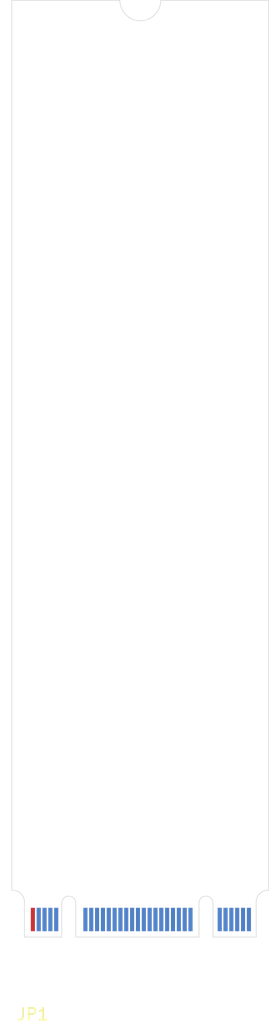
<source format=kicad_pcb>
(kicad_pcb (version 20171130) (host pcbnew "(5.1.4)-1")

  (general
    (thickness 0.8)
    (drawings 20)
    (tracks 0)
    (zones 0)
    (modules 1)
    (nets 1)
  )

  (page A4)
  (layers
    (0 F.Cu signal)
    (31 B.Cu signal)
    (32 B.Adhes user)
    (33 F.Adhes user)
    (34 B.Paste user)
    (35 F.Paste user)
    (36 B.SilkS user)
    (37 F.SilkS user)
    (38 B.Mask user)
    (39 F.Mask user)
    (40 Dwgs.User user)
    (41 Cmts.User user)
    (42 Eco1.User user)
    (43 Eco2.User user)
    (44 Edge.Cuts user)
    (45 Margin user)
    (46 B.CrtYd user)
    (47 F.CrtYd user)
    (48 B.Fab user)
    (49 F.Fab user)
  )

  (setup
    (last_trace_width 0.25)
    (trace_clearance 0.2)
    (zone_clearance 0.508)
    (zone_45_only no)
    (trace_min 0.2)
    (via_size 0.8)
    (via_drill 0.4)
    (via_min_size 0.4)
    (via_min_drill 0.3)
    (uvia_size 0.3)
    (uvia_drill 0.1)
    (uvias_allowed no)
    (uvia_min_size 0.2)
    (uvia_min_drill 0.1)
    (edge_width 0.05)
    (segment_width 0.2)
    (pcb_text_width 0.3)
    (pcb_text_size 1.5 1.5)
    (mod_edge_width 0.12)
    (mod_text_size 1 1)
    (mod_text_width 0.15)
    (pad_size 1.524 1.524)
    (pad_drill 0.762)
    (pad_to_mask_clearance 0.051)
    (solder_mask_min_width 0.25)
    (aux_axis_origin 0 0)
    (visible_elements 7FFFFFFF)
    (pcbplotparams
      (layerselection 0x010fc_ffffffff)
      (usegerberextensions false)
      (usegerberattributes false)
      (usegerberadvancedattributes false)
      (creategerberjobfile false)
      (excludeedgelayer true)
      (linewidth 0.100000)
      (plotframeref false)
      (viasonmask false)
      (mode 1)
      (useauxorigin false)
      (hpglpennumber 1)
      (hpglpenspeed 20)
      (hpglpendiameter 15.000000)
      (psnegative false)
      (psa4output false)
      (plotreference true)
      (plotvalue true)
      (plotinvisibletext false)
      (padsonsilk false)
      (subtractmaskfromsilk false)
      (outputformat 1)
      (mirror false)
      (drillshape 1)
      (scaleselection 1)
      (outputdirectory ""))
  )

  (net 0 "")

  (net_class Default "Esta es la clase de red por defecto."
    (clearance 0.2)
    (trace_width 0.25)
    (via_dia 0.8)
    (via_drill 0.4)
    (uvia_dia 0.3)
    (uvia_drill 0.1)
    (add_net "Net-(JP1-Pad1)")
    (add_net "Net-(JP1-Pad10)")
    (add_net "Net-(JP1-Pad11)")
    (add_net "Net-(JP1-Pad2)")
    (add_net "Net-(JP1-Pad21)")
    (add_net "Net-(JP1-Pad22)")
    (add_net "Net-(JP1-Pad23)")
    (add_net "Net-(JP1-Pad24)")
    (add_net "Net-(JP1-Pad25)")
    (add_net "Net-(JP1-Pad26)")
    (add_net "Net-(JP1-Pad27)")
    (add_net "Net-(JP1-Pad28)")
    (add_net "Net-(JP1-Pad29)")
    (add_net "Net-(JP1-Pad3)")
    (add_net "Net-(JP1-Pad30)")
    (add_net "Net-(JP1-Pad31)")
    (add_net "Net-(JP1-Pad32)")
    (add_net "Net-(JP1-Pad33)")
    (add_net "Net-(JP1-Pad34)")
    (add_net "Net-(JP1-Pad35)")
    (add_net "Net-(JP1-Pad36)")
    (add_net "Net-(JP1-Pad37)")
    (add_net "Net-(JP1-Pad38)")
    (add_net "Net-(JP1-Pad39)")
    (add_net "Net-(JP1-Pad4)")
    (add_net "Net-(JP1-Pad40)")
    (add_net "Net-(JP1-Pad41)")
    (add_net "Net-(JP1-Pad42)")
    (add_net "Net-(JP1-Pad43)")
    (add_net "Net-(JP1-Pad44)")
    (add_net "Net-(JP1-Pad45)")
    (add_net "Net-(JP1-Pad46)")
    (add_net "Net-(JP1-Pad47)")
    (add_net "Net-(JP1-Pad48)")
    (add_net "Net-(JP1-Pad49)")
    (add_net "Net-(JP1-Pad5)")
    (add_net "Net-(JP1-Pad50)")
    (add_net "Net-(JP1-Pad51)")
    (add_net "Net-(JP1-Pad52)")
    (add_net "Net-(JP1-Pad53)")
    (add_net "Net-(JP1-Pad54)")
    (add_net "Net-(JP1-Pad55)")
    (add_net "Net-(JP1-Pad56)")
    (add_net "Net-(JP1-Pad57)")
    (add_net "Net-(JP1-Pad58)")
    (add_net "Net-(JP1-Pad6)")
    (add_net "Net-(JP1-Pad67)")
    (add_net "Net-(JP1-Pad68)")
    (add_net "Net-(JP1-Pad69)")
    (add_net "Net-(JP1-Pad7)")
    (add_net "Net-(JP1-Pad70)")
    (add_net "Net-(JP1-Pad71)")
    (add_net "Net-(JP1-Pad72)")
    (add_net "Net-(JP1-Pad73)")
    (add_net "Net-(JP1-Pad74)")
    (add_net "Net-(JP1-Pad75)")
    (add_net "Net-(JP1-Pad8)")
    (add_net "Net-(JP1-Pad9)")
  )

  (module SSD_M2_TYPE2280:SSD_M2_TYPE_2280 (layer F.Cu) (tedit 603424C5) (tstamp 604FA793)
    (at 1.8 -1.5)
    (path /6034B26A)
    (fp_text reference JP1 (at 0 8.1) (layer F.SilkS)
      (effects (font (size 1 1) (thickness 0.15)))
    )
    (fp_text value PINOUT (at 0 7.1) (layer F.Fab)
      (effects (font (size 1 1) (thickness 0.15)))
    )
    (pad 75 smd rect (at 0 0) (size 0.35 2) (layers F.Cu F.Paste F.Mask))
    (pad 73 smd rect (at 0.5 0) (size 0.35 2) (layers F.Cu F.Paste F.Mask))
    (pad 71 smd rect (at 1 0) (size 0.35 2) (layers F.Cu F.Paste F.Mask))
    (pad 69 smd rect (at 1.5 0) (size 0.35 2) (layers F.Cu F.Paste F.Mask))
    (pad 67 smd rect (at 2 0) (size 0.35 2) (layers F.Cu F.Paste F.Mask))
    (pad 57 smd rect (at 4.5 0) (size 0.35 2) (layers F.Cu F.Paste F.Mask))
    (pad 53 smd rect (at 5.5 0) (size 0.35 2) (layers F.Cu F.Paste F.Mask))
    (pad 51 smd rect (at 6 0) (size 0.35 2) (layers F.Cu F.Paste F.Mask))
    (pad 49 smd rect (at 6.5 0) (size 0.35 2) (layers F.Cu F.Paste F.Mask))
    (pad 47 smd rect (at 7 0) (size 0.35 2) (layers F.Cu F.Paste F.Mask))
    (pad 55 smd rect (at 5 0) (size 0.35 2) (layers F.Cu F.Paste F.Mask))
    (pad 43 smd rect (at 8 0) (size 0.35 2) (layers F.Cu F.Paste F.Mask))
    (pad 41 smd rect (at 8.5 0) (size 0.35 2) (layers F.Cu F.Paste F.Mask))
    (pad 39 smd rect (at 9 0) (size 0.35 2) (layers F.Cu F.Paste F.Mask))
    (pad 37 smd rect (at 9.5 0) (size 0.35 2) (layers F.Cu F.Paste F.Mask))
    (pad 45 smd rect (at 7.5 0) (size 0.35 2) (layers F.Cu F.Paste F.Mask))
    (pad 33 smd rect (at 10.5 0) (size 0.35 2) (layers F.Cu F.Paste F.Mask))
    (pad 31 smd rect (at 11 0) (size 0.35 2) (layers F.Cu F.Paste F.Mask))
    (pad 29 smd rect (at 11.5 0) (size 0.35 2) (layers F.Cu F.Paste F.Mask))
    (pad 27 smd rect (at 12 0) (size 0.35 2) (layers F.Cu F.Paste F.Mask))
    (pad 35 smd rect (at 10 0) (size 0.35 2) (layers F.Cu F.Paste F.Mask))
    (pad 23 smd rect (at 13 0) (size 0.35 2) (layers F.Cu F.Paste F.Mask))
    (pad 21 smd rect (at 13.5 0) (size 0.35 2) (layers F.Cu F.Paste F.Mask))
    (pad 25 smd rect (at 12.5 0) (size 0.35 2) (layers F.Cu F.Paste F.Mask))
    (pad 11 smd rect (at 16 0) (size 0.35 2) (layers F.Cu F.Paste F.Mask))
    (pad 9 smd rect (at 16.5 0) (size 0.35 2) (layers F.Cu F.Paste F.Mask))
    (pad 5 smd rect (at 17.5 0) (size 0.35 2) (layers F.Cu F.Paste F.Mask))
    (pad 3 smd rect (at 18 0) (size 0.35 2) (layers F.Cu F.Paste F.Mask))
    (pad 1 smd rect (at 18.5 0) (size 0.35 2) (layers F.Cu F.Paste F.Mask))
    (pad 7 smd rect (at 17 0) (size 0.35 2) (layers F.Cu F.Paste F.Mask))
    (pad 12 smd rect (at 16 0) (size 0.35 2) (layers B.Cu B.Paste B.Mask))
    (pad 38 smd rect (at 9.5 0) (size 0.35 2) (layers B.Cu B.Paste B.Mask))
    (pad 48 smd rect (at 7 0) (size 0.35 2) (layers B.Cu B.Paste B.Mask))
    (pad 10 smd rect (at 16.5 0) (size 0.35 2) (layers B.Cu B.Paste B.Mask))
    (pad 6 smd rect (at 17.5 0) (size 0.35 2) (layers B.Cu B.Paste B.Mask))
    (pad 22 smd rect (at 13.5 0) (size 0.35 2) (layers B.Cu B.Paste B.Mask))
    (pad 30 smd rect (at 11.5 0) (size 0.35 2) (layers B.Cu B.Paste B.Mask))
    (pad 4 smd rect (at 18 0) (size 0.35 2) (layers B.Cu B.Paste B.Mask))
    (pad 2 smd rect (at 18.5 0) (size 0.35 2) (layers B.Cu B.Paste B.Mask))
    (pad 26 smd rect (at 12.5 0) (size 0.35 2) (layers B.Cu B.Paste B.Mask))
    (pad 24 smd rect (at 13 0) (size 0.35 2) (layers B.Cu B.Paste B.Mask))
    (pad 32 smd rect (at 11 0) (size 0.35 2) (layers B.Cu B.Paste B.Mask))
    (pad 42 smd rect (at 8.5 0) (size 0.35 2) (layers B.Cu B.Paste B.Mask))
    (pad 70 smd rect (at 1.5 0) (size 0.35 2) (layers B.Cu B.Paste B.Mask))
    (pad 74 smd rect (at 0.5 0) (size 0.35 2) (layers B.Cu B.Paste B.Mask))
    (pad 72 smd rect (at 1 0) (size 0.35 2) (layers B.Cu B.Paste B.Mask))
    (pad 50 smd rect (at 6.5 0) (size 0.35 2) (layers B.Cu B.Paste B.Mask))
    (pad 56 smd rect (at 5 0) (size 0.35 2) (layers B.Cu B.Paste B.Mask))
    (pad 28 smd rect (at 12 0) (size 0.35 2) (layers B.Cu B.Paste B.Mask))
    (pad 46 smd rect (at 7.5 0) (size 0.35 2) (layers B.Cu B.Paste B.Mask))
    (pad 54 smd rect (at 5.5 0) (size 0.35 2) (layers B.Cu B.Paste B.Mask))
    (pad 58 smd rect (at 4.5 0) (size 0.35 2) (layers B.Cu B.Paste B.Mask))
    (pad 40 smd rect (at 9 0) (size 0.35 2) (layers B.Cu B.Paste B.Mask))
    (pad 52 smd rect (at 6 0) (size 0.35 2) (layers B.Cu B.Paste B.Mask))
    (pad 36 smd rect (at 10 0) (size 0.35 2) (layers B.Cu B.Paste B.Mask))
    (pad 34 smd rect (at 10.5 0) (size 0.35 2) (layers B.Cu B.Paste B.Mask))
    (pad 68 smd rect (at 2 0) (size 0.35 2) (layers B.Cu B.Paste B.Mask))
    (pad 44 smd rect (at 8 0) (size 0.35 2) (layers B.Cu B.Paste B.Mask))
    (pad 8 smd rect (at 17 0) (size 0.35 2) (layers B.Cu B.Paste B.Mask))
  )

  (gr_arc (start 16.625 -2.9) (end 17.225 -2.9) (angle -180) (layer Edge.Cuts) (width 0.05))
  (gr_arc (start 4.875 -2.9) (end 5.475 -2.9) (angle -180) (layer Edge.Cuts) (width 0.05))
  (gr_line (start 17.225 0) (end 17.225 -2.9) (layer Edge.Cuts) (width 0.05))
  (gr_line (start 4.275 -2.9) (end 4.275 0) (layer Edge.Cuts) (width 0.05))
  (gr_line (start 4.275 0) (end 1.075 0) (layer Edge.Cuts) (width 0.05))
  (gr_line (start 16.025 0) (end 5.475 0) (layer Edge.Cuts) (width 0.05))
  (gr_line (start 16.025 -2.9) (end 16.025 0) (layer Edge.Cuts) (width 0.05))
  (gr_line (start 20.925 0) (end 17.225 0) (layer Edge.Cuts) (width 0.05))
  (gr_line (start 5.475 0) (end 5.475 -2.9) (layer Edge.Cuts) (width 0.05))
  (gr_arc (start 11 -80) (end 9.25 -80) (angle -180) (layer Edge.Cuts) (width 0.05))
  (gr_arc (start 21.925 -3) (end 21.925 -4) (angle -90) (layer Edge.Cuts) (width 0.05))
  (gr_arc (start 0.075 -3) (end 1.075 -3) (angle -90) (layer Edge.Cuts) (width 0.05))
  (gr_line (start 0.075 -4) (end 0 -4) (layer Edge.Cuts) (width 0.05))
  (gr_line (start 22 -80) (end 22 -4) (layer Edge.Cuts) (width 0.05))
  (gr_line (start 12.75 -80) (end 22 -80) (layer Edge.Cuts) (width 0.05))
  (gr_line (start 22 -4) (end 21.925 -4) (layer Edge.Cuts) (width 0.05))
  (gr_line (start 20.925 -3) (end 20.925 0) (layer Edge.Cuts) (width 0.05))
  (gr_line (start 0 -80) (end 9.25 -80) (layer Edge.Cuts) (width 0.05))
  (gr_line (start 0 -4) (end 0 -80) (layer Edge.Cuts) (width 0.05))
  (gr_line (start 1.075 0) (end 1.075 -3) (layer Edge.Cuts) (width 0.05))

)

</source>
